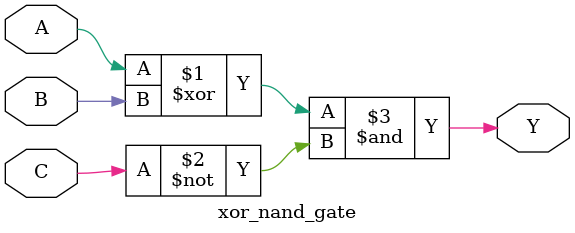
<source format=sv>
module xor_nand_gate (
    input wire A, B, C,   // 输入A, B, C
    output wire Y         // 输出Y
);
    assign Y = (A ^ B) & ~C;  // 异或和与非组合
endmodule

</source>
